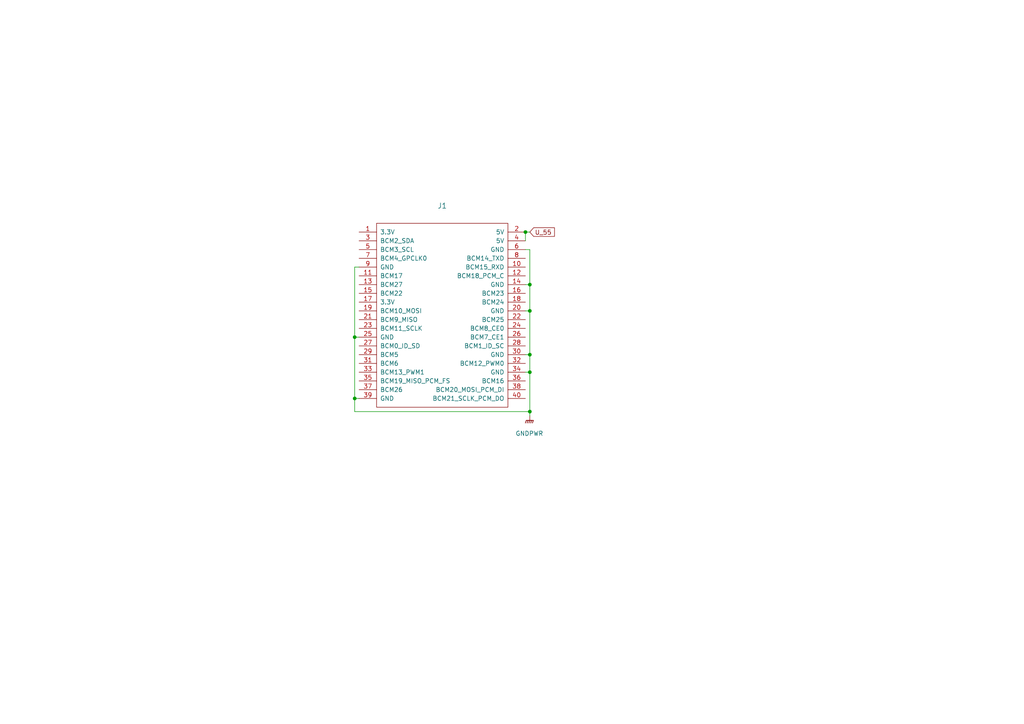
<source format=kicad_sch>
(kicad_sch (version 20211123) (generator eeschema)
  (paper "A4")
  (lib_symbols
    (symbol "RPi_Hat:RPi_GPIO" (pin_names (offset 1.016))
      (property "Reference" "J" (at 19.05 6.35 0))
      (property "Value" "RPi_GPIO" (at 19.05 3.81 0))
      (symbol "RPi_GPIO_0_1"
        (rectangle (start 0 2.54) (end 38.1 -50.8))
      )
      (symbol "RPi_GPIO_1_1"
        (pin power_in line (at -5.08 0 0) (length 5.08) (name "3.3V") (number "1"))
        (pin bidirectional line (at 43.18 -10.16 180) (length 5.08) (name "BCM15_RXD") (number "10"))
        (pin bidirectional line (at -5.08 -12.7 0) (length 5.08) (name "BCM17") (number "11"))
        (pin bidirectional line (at 43.18 -12.7 180) (length 5.08) (name "BCM18_PCM_C") (number "12"))
        (pin bidirectional line (at -5.08 -15.24 0) (length 5.08) (name "BCM27") (number "13"))
        (pin power_in line (at 43.18 -15.24 180) (length 5.08) (name "GND") (number "14"))
        (pin bidirectional line (at -5.08 -17.78 0) (length 5.08) (name "BCM22") (number "15"))
        (pin bidirectional line (at 43.18 -17.78 180) (length 5.08) (name "BCM23") (number "16"))
        (pin power_in line (at -5.08 -20.32 0) (length 5.08) (name "3.3V") (number "17"))
        (pin bidirectional line (at 43.18 -20.32 180) (length 5.08) (name "BCM24") (number "18"))
        (pin bidirectional line (at -5.08 -22.86 0) (length 5.08) (name "BCM10_MOSI") (number "19"))
        (pin power_in line (at 43.18 0 180) (length 5.08) (name "5V") (number "2"))
        (pin power_in line (at 43.18 -22.86 180) (length 5.08) (name "GND") (number "20"))
        (pin bidirectional line (at -5.08 -25.4 0) (length 5.08) (name "BCM9_MISO") (number "21"))
        (pin bidirectional line (at 43.18 -25.4 180) (length 5.08) (name "BCM25") (number "22"))
        (pin bidirectional line (at -5.08 -27.94 0) (length 5.08) (name "BCM11_SCLK") (number "23"))
        (pin bidirectional line (at 43.18 -27.94 180) (length 5.08) (name "BCM8_CE0") (number "24"))
        (pin power_in line (at -5.08 -30.48 0) (length 5.08) (name "GND") (number "25"))
        (pin bidirectional line (at 43.18 -30.48 180) (length 5.08) (name "BCM7_CE1") (number "26"))
        (pin bidirectional line (at -5.08 -33.02 0) (length 5.08) (name "BCM0_ID_SD") (number "27"))
        (pin bidirectional line (at 43.18 -33.02 180) (length 5.08) (name "BCM1_ID_SC") (number "28"))
        (pin bidirectional line (at -5.08 -35.56 0) (length 5.08) (name "BCM5") (number "29"))
        (pin bidirectional line (at -5.08 -2.54 0) (length 5.08) (name "BCM2_SDA") (number "3"))
        (pin power_in line (at 43.18 -35.56 180) (length 5.08) (name "GND") (number "30"))
        (pin bidirectional line (at -5.08 -38.1 0) (length 5.08) (name "BCM6") (number "31"))
        (pin bidirectional line (at 43.18 -38.1 180) (length 5.08) (name "BCM12_PWM0") (number "32"))
        (pin bidirectional line (at -5.08 -40.64 0) (length 5.08) (name "BCM13_PWM1") (number "33"))
        (pin power_in line (at 43.18 -40.64 180) (length 5.08) (name "GND") (number "34"))
        (pin bidirectional line (at -5.08 -43.18 0) (length 5.08) (name "BCM19_MISO_PCM_FS") (number "35"))
        (pin bidirectional line (at 43.18 -43.18 180) (length 5.08) (name "BCM16") (number "36"))
        (pin bidirectional line (at -5.08 -45.72 0) (length 5.08) (name "BCM26") (number "37"))
        (pin bidirectional line (at 43.18 -45.72 180) (length 5.08) (name "BCM20_MOSI_PCM_DI") (number "38"))
        (pin power_in line (at -5.08 -48.26 0) (length 5.08) (name "GND") (number "39"))
        (pin power_in line (at 43.18 -2.54 180) (length 5.08) (name "5V") (number "4"))
        (pin bidirectional line (at 43.18 -48.26 180) (length 5.08) (name "BCM21_SCLK_PCM_DO") (number "40"))
        (pin bidirectional line (at -5.08 -5.08 0) (length 5.08) (name "BCM3_SCL") (number "5"))
        (pin power_in line (at 43.18 -5.08 180) (length 5.08) (name "GND") (number "6"))
        (pin bidirectional line (at -5.08 -7.62 0) (length 5.08) (name "BCM4_GPCLK0") (number "7"))
        (pin bidirectional line (at 43.18 -7.62 180) (length 5.08) (name "BCM14_TXD") (number "8"))
        (pin power_in line (at -5.08 -10.16 0) (length 5.08) (name "GND") (number "9"))
      )
    )
    (symbol "power:GNDPWR" (power) (pin_names (offset 0))
      (property "Value" "GNDPWR" (at 0 -3.302 0))
      (symbol "GNDPWR_0_1"
        (polyline (pts (xy 0 -1.27) (xy 0 0)))
        (polyline (pts (xy -1.016 -1.27) (xy -1.27 -2.032) (xy -1.27 -2.032)) (stroke (width 0.2032)))
        (polyline (pts (xy -0.508 -1.27) (xy -0.762 -2.032) (xy -0.762 -2.032)) (stroke (width 0.2032)))
        (polyline (pts (xy 0 -1.27) (xy -0.254 -2.032) (xy -0.254 -2.032)) (stroke (width 0.2032)))
        (polyline (pts (xy 0.508 -1.27) (xy 0.254 -2.032) (xy 0.254 -2.032)) (stroke (width 0.2032)))
        (polyline (pts (xy 1.016 -1.27) (xy -1.016 -1.27) (xy -1.016 -1.27)) (stroke (width 0.2032)))
        (polyline (pts (xy 1.016 -1.27) (xy 0.762 -2.032) (xy 0.762 -2.032) (xy 0.762 -2.032)) (stroke (width 0.2032)))
      )
      (symbol "GNDPWR_1_1"
        (pin power_in line (at 0 0 270) (length 0) hide (name "GNDPWR") (number "1"))
      )
    )
  )
  (junction (at 153.67 90.17))
  (junction (at 152.4 67.31))
  (junction (at 102.87 115.57))
  (junction (at 153.67 119.38))
  (junction (at 102.87 97.79))
  (junction (at 153.67 82.55))
  (junction (at 153.67 102.87))
  (junction (at 153.67 107.95))
  (wire (pts (xy 102.87 97.79) (xy 104.14 97.79)))
  (wire (pts (xy 102.87 77.47) (xy 104.14 77.47)))
  (wire (pts (xy 152.4 102.87) (xy 153.67 102.87)))
  (wire (pts (xy 153.67 90.17) (xy 153.67 82.55)))
  (wire (pts (xy 152.4 90.17) (xy 153.67 90.17)))
  (wire (pts (xy 153.67 72.39) (xy 152.4 72.39)))
  (wire (pts (xy 153.67 107.95) (xy 153.67 102.87)))
  (wire (pts (xy 102.87 115.57) (xy 104.14 115.57)))
  (wire (pts (xy 153.67 67.31) (xy 152.4 67.31)))
  (wire (pts (xy 152.4 107.95) (xy 153.67 107.95)))
  (wire (pts (xy 153.67 119.38) (xy 153.67 107.95)))
  (wire (pts (xy 153.67 119.38) (xy 102.87 119.38)))
  (wire (pts (xy 102.87 119.38) (xy 102.87 115.57)))
  (wire (pts (xy 152.4 67.31) (xy 152.4 69.85)))
  (wire (pts (xy 102.87 115.57) (xy 102.87 97.79)))
  (wire (pts (xy 102.87 97.79) (xy 102.87 77.47)))
  (wire (pts (xy 152.4 82.55) (xy 153.67 82.55)))
  (wire (pts (xy 153.67 102.87) (xy 153.67 90.17)))
  (wire (pts (xy 153.67 82.55) (xy 153.67 72.39)))
  (wire (pts (xy 153.67 120.65) (xy 153.67 119.38)))
  (global_label "U_55" (shape input) (at 153.67 67.31 0) (property "Intersheet References" "${INTERSHEET_REFS}" (effects hide)))
  (symbol (lib_id "power:GNDPWR") (at 153.67 120.65 0) (unit 1)
    (property "Reference" "#PWR0112" (effects hide))
  )
  (symbol (lib_id "RPi_Hat:RPi_GPIO") (at 109.22 67.31 0) (unit 1)
    (property "Reference" "J1" (at 128.27 59.69 0) (effects (font (size 1.524 1.524))))
  )
)
</source>
